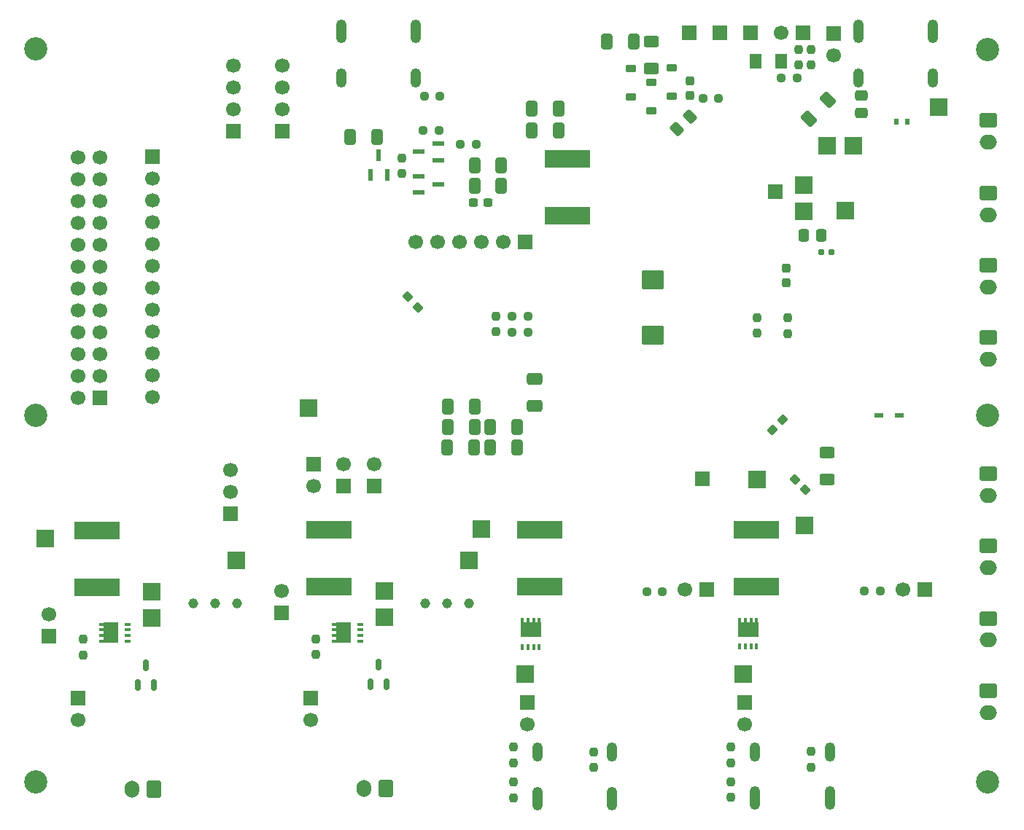
<source format=gbr>
%TF.GenerationSoftware,KiCad,Pcbnew,9.0.6*%
%TF.CreationDate,2026-02-01T22:29:02+01:00*%
%TF.ProjectId,BMS,424d532e-6b69-4636-9164-5f7063625858,rev?*%
%TF.SameCoordinates,Original*%
%TF.FileFunction,Soldermask,Bot*%
%TF.FilePolarity,Negative*%
%FSLAX46Y46*%
G04 Gerber Fmt 4.6, Leading zero omitted, Abs format (unit mm)*
G04 Created by KiCad (PCBNEW 9.0.6) date 2026-02-01 22:29:02*
%MOMM*%
%LPD*%
G01*
G04 APERTURE LIST*
G04 Aperture macros list*
%AMRoundRect*
0 Rectangle with rounded corners*
0 $1 Rounding radius*
0 $2 $3 $4 $5 $6 $7 $8 $9 X,Y pos of 4 corners*
0 Add a 4 corners polygon primitive as box body*
4,1,4,$2,$3,$4,$5,$6,$7,$8,$9,$2,$3,0*
0 Add four circle primitives for the rounded corners*
1,1,$1+$1,$2,$3*
1,1,$1+$1,$4,$5*
1,1,$1+$1,$6,$7*
1,1,$1+$1,$8,$9*
0 Add four rect primitives between the rounded corners*
20,1,$1+$1,$2,$3,$4,$5,0*
20,1,$1+$1,$4,$5,$6,$7,0*
20,1,$1+$1,$6,$7,$8,$9,0*
20,1,$1+$1,$8,$9,$2,$3,0*%
G04 Aperture macros list end*
%ADD10RoundRect,0.250000X-0.475000X0.337500X-0.475000X-0.337500X0.475000X-0.337500X0.475000X0.337500X0*%
%ADD11RoundRect,0.237500X-0.237500X0.250000X-0.237500X-0.250000X0.237500X-0.250000X0.237500X0.250000X0*%
%ADD12RoundRect,0.237500X-0.250000X-0.237500X0.250000X-0.237500X0.250000X0.237500X-0.250000X0.237500X0*%
%ADD13RoundRect,0.150000X0.150000X-0.512500X0.150000X0.512500X-0.150000X0.512500X-0.150000X-0.512500X0*%
%ADD14RoundRect,0.237500X0.237500X-0.300000X0.237500X0.300000X-0.237500X0.300000X-0.237500X-0.300000X0*%
%ADD15RoundRect,0.250001X1.044999X-0.872499X1.044999X0.872499X-1.044999X0.872499X-1.044999X-0.872499X0*%
%ADD16R,0.550000X0.800000*%
%ADD17R,5.300000X2.000000*%
%ADD18RoundRect,0.237500X0.380070X-0.044194X-0.044194X0.380070X-0.380070X0.044194X0.044194X-0.380070X0*%
%ADD19RoundRect,0.250000X-0.412500X-0.650000X0.412500X-0.650000X0.412500X0.650000X-0.412500X0.650000X0*%
%ADD20R,0.420000X0.700000*%
%ADD21R,0.420000X0.540000*%
%ADD22R,2.370000X1.710000*%
%ADD23RoundRect,0.250000X-0.625000X0.400000X-0.625000X-0.400000X0.625000X-0.400000X0.625000X0.400000X0*%
%ADD24R,1.400000X0.600000*%
%ADD25RoundRect,0.250000X0.625000X-0.400000X0.625000X0.400000X-0.625000X0.400000X-0.625000X-0.400000X0*%
%ADD26R,0.700000X0.420000*%
%ADD27R,0.540000X0.420000*%
%ADD28R,1.710000X2.370000*%
%ADD29RoundRect,0.225000X-0.375000X0.225000X-0.375000X-0.225000X0.375000X-0.225000X0.375000X0.225000X0*%
%ADD30R,0.600000X1.400000*%
%ADD31RoundRect,0.250000X0.412500X0.650000X-0.412500X0.650000X-0.412500X-0.650000X0.412500X-0.650000X0*%
%ADD32RoundRect,0.237500X0.237500X-0.250000X0.237500X0.250000X-0.237500X0.250000X-0.237500X-0.250000X0*%
%ADD33RoundRect,0.250001X-0.462499X-0.624999X0.462499X-0.624999X0.462499X0.624999X-0.462499X0.624999X0*%
%ADD34RoundRect,0.237500X-0.237500X0.300000X-0.237500X-0.300000X0.237500X-0.300000X0.237500X0.300000X0*%
%ADD35RoundRect,0.250000X0.337500X0.475000X-0.337500X0.475000X-0.337500X-0.475000X0.337500X-0.475000X0*%
%ADD36RoundRect,0.237500X0.044194X0.380070X-0.380070X-0.044194X-0.044194X-0.380070X0.380070X0.044194X0*%
%ADD37RoundRect,0.250000X-0.097227X0.574524X-0.574524X0.097227X0.097227X-0.574524X0.574524X-0.097227X0*%
%ADD38RoundRect,0.237500X-0.300000X-0.237500X0.300000X-0.237500X0.300000X0.237500X-0.300000X0.237500X0*%
%ADD39RoundRect,0.250000X-0.159099X0.724784X-0.724784X0.159099X0.159099X-0.724784X0.724784X-0.159099X0*%
%ADD40RoundRect,0.160000X-0.197500X-0.160000X0.197500X-0.160000X0.197500X0.160000X-0.197500X0.160000X0*%
%ADD41RoundRect,0.250000X0.650000X-0.412500X0.650000X0.412500X-0.650000X0.412500X-0.650000X-0.412500X0*%
%ADD42RoundRect,0.237500X0.250000X0.237500X-0.250000X0.237500X-0.250000X-0.237500X0.250000X-0.237500X0*%
%ADD43R,1.000000X0.500000*%
%ADD44RoundRect,0.250000X-0.750000X0.600000X-0.750000X-0.600000X0.750000X-0.600000X0.750000X0.600000X0*%
%ADD45O,2.000000X1.700000*%
%ADD46O,1.188400X2.252400*%
%ADD47O,1.252400X2.752400*%
%ADD48C,1.150000*%
%ADD49R,2.000000X2.000000*%
%ADD50R,1.700000X1.700000*%
%ADD51C,1.700000*%
%ADD52RoundRect,0.250000X0.600000X0.750000X-0.600000X0.750000X-0.600000X-0.750000X0.600000X-0.750000X0*%
%ADD53O,1.700000X2.000000*%
%ADD54C,2.700000*%
G04 APERTURE END LIST*
D10*
%TO.C,C89*%
X117375000Y-72612500D03*
X117375000Y-74687500D03*
%TD*%
D11*
%TO.C,R91*%
X102250000Y-152400000D03*
X102250000Y-154225000D03*
%TD*%
D12*
%TO.C,R85*%
X108087500Y-70600000D03*
X109912500Y-70600000D03*
%TD*%
D13*
%TO.C,IC13*%
X62300000Y-141087500D03*
X60400000Y-141087500D03*
X61350000Y-138812500D03*
%TD*%
D14*
%TO.C,C91*%
X97490000Y-72662500D03*
X97490000Y-70937500D03*
%TD*%
D11*
%TO.C,R99*%
X77000000Y-152425000D03*
X77000000Y-154250000D03*
%TD*%
D15*
%TO.C,C38*%
X93200000Y-100490000D03*
X93200000Y-94075000D03*
%TD*%
D16*
%TO.C,D14*%
X121475000Y-75700000D03*
X122725000Y-75700000D03*
%TD*%
D17*
%TO.C,F5*%
X83275000Y-86625000D03*
X83275000Y-80025000D03*
%TD*%
D18*
%TO.C,C87*%
X110909880Y-118484880D03*
X109690120Y-117265120D03*
%TD*%
D19*
%TO.C,C55*%
X74312500Y-113532000D03*
X77437500Y-113532000D03*
%TD*%
D20*
%TO.C,Q21*%
X105250000Y-136675000D03*
X104600000Y-136675000D03*
X103950000Y-136675000D03*
X103300000Y-136675000D03*
D21*
X103300000Y-133595000D03*
X103950000Y-133595000D03*
X104600000Y-133595000D03*
X105250000Y-133595000D03*
D22*
X104275000Y-134720000D03*
%TD*%
D19*
%TO.C,C10*%
X87846300Y-66389600D03*
X90971300Y-66389600D03*
%TD*%
D23*
%TO.C,R10*%
X93015600Y-66388400D03*
X93015600Y-69488400D03*
%TD*%
D24*
%TO.C,Q7*%
X68277000Y-78250000D03*
X68277000Y-80150000D03*
X65977000Y-79200000D03*
%TD*%
D25*
%TO.C,TH_NTC5*%
X113391200Y-117231700D03*
X113391200Y-114131700D03*
%TD*%
D12*
%TO.C,R31*%
X76862500Y-98300000D03*
X78687500Y-98300000D03*
%TD*%
D26*
%TO.C,Q20*%
X32255000Y-134100000D03*
X32255000Y-134750000D03*
X32255000Y-135400000D03*
X32255000Y-136050000D03*
D27*
X29175000Y-136050000D03*
X29175000Y-135400000D03*
X29175000Y-134750000D03*
X29175000Y-134100000D03*
D28*
X30300000Y-135075000D03*
%TD*%
D20*
%TO.C,Q22*%
X80000000Y-136700000D03*
X79350000Y-136700000D03*
X78700000Y-136700000D03*
X78050000Y-136700000D03*
D21*
X78050000Y-133620000D03*
X78700000Y-133620000D03*
X79350000Y-133620000D03*
X80000000Y-133620000D03*
D22*
X79025000Y-134745000D03*
%TD*%
D29*
%TO.C,D2*%
X93015600Y-71140400D03*
X93015600Y-74440400D03*
%TD*%
D30*
%TO.C,Q9*%
X62327000Y-81900000D03*
X60427000Y-81900000D03*
X61377000Y-79600000D03*
%TD*%
D31*
%TO.C,C54*%
X72500000Y-111182000D03*
X69375000Y-111182000D03*
%TD*%
D17*
%TO.C,F3*%
X105250000Y-123150000D03*
X105250000Y-129750000D03*
%TD*%
D18*
%TO.C,C8*%
X65934880Y-97259880D03*
X64715120Y-96040120D03*
%TD*%
D29*
%TO.C,D1*%
X90678800Y-69514800D03*
X90678800Y-72814800D03*
%TD*%
D11*
%TO.C,R111*%
X27100000Y-135825000D03*
X27100000Y-137650000D03*
%TD*%
D31*
%TO.C,C115*%
X75612500Y-83125000D03*
X72487500Y-83125000D03*
%TD*%
%TO.C,C63*%
X82262500Y-74200000D03*
X79137500Y-74200000D03*
%TD*%
D11*
%TO.C,R105*%
X54100000Y-135800000D03*
X54100000Y-137625000D03*
%TD*%
D19*
%TO.C,C67*%
X72487500Y-80750000D03*
X75612500Y-80750000D03*
%TD*%
D13*
%TO.C,IC15*%
X35300000Y-141112500D03*
X33400000Y-141112500D03*
X34350000Y-138837500D03*
%TD*%
D32*
%TO.C,R46*%
X64050000Y-81737500D03*
X64050000Y-79912500D03*
%TD*%
D33*
%TO.C,D15*%
X105100000Y-68700000D03*
X108075000Y-68700000D03*
%TD*%
D26*
%TO.C,Q19*%
X59255000Y-134075000D03*
X59255000Y-134725000D03*
X59255000Y-135375000D03*
X59255000Y-136025000D03*
D27*
X56175000Y-136025000D03*
X56175000Y-135375000D03*
X56175000Y-134725000D03*
X56175000Y-134075000D03*
D28*
X57300000Y-135050000D03*
%TD*%
D31*
%TO.C,C62*%
X82262500Y-76750000D03*
X79137500Y-76750000D03*
%TD*%
D34*
%TO.C,C85*%
X108666800Y-92723500D03*
X108666800Y-94448500D03*
%TD*%
D32*
%TO.C,R2*%
X110100000Y-69112500D03*
X110100000Y-67287500D03*
%TD*%
D35*
%TO.C,C82*%
X112762500Y-88925000D03*
X110687500Y-88925000D03*
%TD*%
D36*
%TO.C,C88*%
X108250000Y-110300000D03*
X107030240Y-111519760D03*
%TD*%
D11*
%TO.C,R26*%
X75025000Y-98287500D03*
X75025000Y-100112500D03*
%TD*%
D24*
%TO.C,Q8*%
X66000000Y-83950000D03*
X66000000Y-82050000D03*
X68300000Y-83000000D03*
%TD*%
D37*
%TO.C,C90*%
X97463623Y-75096377D03*
X95996377Y-76563623D03*
%TD*%
D31*
%TO.C,C72*%
X61189500Y-77500000D03*
X58064500Y-77500000D03*
%TD*%
D12*
%TO.C,R47*%
X66514500Y-76700000D03*
X68339500Y-76700000D03*
%TD*%
D31*
%TO.C,C57*%
X72462500Y-113507000D03*
X69337500Y-113507000D03*
%TD*%
D38*
%TO.C,C69*%
X72364500Y-85100000D03*
X74089500Y-85100000D03*
%TD*%
D39*
%TO.C,R80*%
X113506016Y-73153984D03*
X111313984Y-75346016D03*
%TD*%
D12*
%TO.C,R89*%
X117737500Y-130250000D03*
X119562500Y-130250000D03*
%TD*%
D11*
%TO.C,R98*%
X77000000Y-148362500D03*
X77000000Y-150187500D03*
%TD*%
%TO.C,R67*%
X108825000Y-98512500D03*
X108825000Y-100337500D03*
%TD*%
D19*
%TO.C,C52*%
X74337500Y-111207000D03*
X77462500Y-111207000D03*
%TD*%
D29*
%TO.C,D3*%
X95352400Y-69464000D03*
X95352400Y-72764000D03*
%TD*%
D31*
%TO.C,C56*%
X72512500Y-108807000D03*
X69387500Y-108807000D03*
%TD*%
D12*
%TO.C,R82*%
X98987500Y-72990000D03*
X100812500Y-72990000D03*
%TD*%
%TO.C,R32*%
X76862500Y-100125000D03*
X78687500Y-100125000D03*
%TD*%
D40*
%TO.C,R61*%
X112752500Y-90850000D03*
X113947500Y-90850000D03*
%TD*%
D11*
%TO.C,R90*%
X102250000Y-148337500D03*
X102250000Y-150162500D03*
%TD*%
D12*
%TO.C,R97*%
X92487500Y-130275000D03*
X94312500Y-130275000D03*
%TD*%
D11*
%TO.C,R71*%
X105275000Y-98437500D03*
X105275000Y-100262500D03*
%TD*%
D17*
%TO.C,F1*%
X55600000Y-129750000D03*
X55600000Y-123150000D03*
%TD*%
D41*
%TO.C,C59*%
X79500000Y-108687500D03*
X79500000Y-105562500D03*
%TD*%
D17*
%TO.C,F2*%
X28650000Y-129800000D03*
X28650000Y-123200000D03*
%TD*%
D42*
%TO.C,R40*%
X72689500Y-78350000D03*
X70864500Y-78350000D03*
%TD*%
D11*
%TO.C,R1*%
X111600000Y-67287500D03*
X111600000Y-69112500D03*
%TD*%
D17*
%TO.C,F4*%
X80050000Y-123150000D03*
X80050000Y-129750000D03*
%TD*%
D42*
%TO.C,R48*%
X68489500Y-72700000D03*
X66664500Y-72700000D03*
%TD*%
D43*
%TO.C,D6*%
X119425000Y-109825000D03*
X121825000Y-109825000D03*
%TD*%
D44*
%TO.C,J7*%
X132125000Y-84000000D03*
D45*
X132125000Y-86500000D03*
%TD*%
D46*
%TO.C,USBC-J3*%
X105080000Y-148935000D03*
X113720000Y-148935000D03*
D47*
X105080000Y-154295000D03*
X113720000Y-154295000D03*
%TD*%
D44*
%TO.C,J6*%
X132125000Y-92400000D03*
D45*
X132125000Y-94900000D03*
%TD*%
D48*
%TO.C,R112*%
X39810001Y-131675000D03*
X42350001Y-131675000D03*
X44890001Y-131675000D03*
%TD*%
D49*
%TO.C,TP5*%
X115575000Y-86025000D03*
%TD*%
D50*
%TO.C,J13*%
X78397000Y-89662000D03*
D51*
X75857000Y-89662000D03*
X73317000Y-89662000D03*
X70777000Y-89662000D03*
X68237000Y-89662000D03*
X65697000Y-89662000D03*
%TD*%
D50*
%TO.C,JP13*%
X26450000Y-142700000D03*
D51*
X26450000Y-145240000D03*
%TD*%
D50*
%TO.C,JP7*%
X103850000Y-143175000D03*
D51*
X103850000Y-145715000D03*
%TD*%
D49*
%TO.C,TP3*%
X105300000Y-117300000D03*
%TD*%
D50*
%TO.C,J4*%
X44500000Y-76780000D03*
D51*
X44500000Y-74240000D03*
X44500000Y-71700000D03*
X44500000Y-69160000D03*
%TD*%
D49*
%TO.C,TP15*%
X44850000Y-126675000D03*
%TD*%
D50*
%TO.C,JP4*%
X60850000Y-118040000D03*
D51*
X60850000Y-115500000D03*
%TD*%
D49*
%TO.C,TP16*%
X35050001Y-130275000D03*
%TD*%
D50*
%TO.C,JP2*%
X110600000Y-65400000D03*
D51*
X108060000Y-65400000D03*
%TD*%
D50*
%TO.C,JP11*%
X53450000Y-142675000D03*
D51*
X53450000Y-145215000D03*
%TD*%
D49*
%TO.C,TP6*%
X116450000Y-78450000D03*
%TD*%
%TO.C,GND2*%
X22650000Y-124130000D03*
%TD*%
D50*
%TO.C,JP9*%
X78600000Y-143200000D03*
D51*
X78600000Y-145740000D03*
%TD*%
D50*
%TO.C,JP8*%
X99475000Y-130075000D03*
D51*
X96935000Y-130075000D03*
%TD*%
D49*
%TO.C,GND1*%
X110810000Y-122630000D03*
%TD*%
D50*
%TO.C,J14*%
X107450000Y-83850000D03*
%TD*%
D49*
%TO.C,TP1*%
X113400000Y-78450000D03*
%TD*%
%TO.C,TP9*%
X103650000Y-139850000D03*
%TD*%
D50*
%TO.C,J9*%
X29000000Y-107820000D03*
D51*
X26460000Y-107820000D03*
X29000000Y-105280000D03*
X26460000Y-105280000D03*
X29000000Y-102740000D03*
X26460000Y-102740000D03*
X29000000Y-100200000D03*
X26460000Y-100200000D03*
X29000000Y-97660000D03*
X26460000Y-97660000D03*
X29000000Y-95120000D03*
X26460000Y-95120000D03*
X29000000Y-92580000D03*
X26460000Y-92580000D03*
X29000000Y-90040000D03*
X26460000Y-90040000D03*
X29000000Y-87500000D03*
X26460000Y-87500000D03*
X29000000Y-84960000D03*
X26460000Y-84960000D03*
X29000000Y-82420000D03*
X26460000Y-82420000D03*
X29000000Y-79880000D03*
X26460000Y-79880000D03*
%TD*%
D49*
%TO.C,TP7*%
X126400000Y-74000000D03*
%TD*%
D52*
%TO.C,J2*%
X62200000Y-153200000D03*
D53*
X59700000Y-153200000D03*
%TD*%
D49*
%TO.C,TP13*%
X62050001Y-130250000D03*
%TD*%
D48*
%TO.C,R106*%
X66810001Y-131650000D03*
X69350001Y-131650000D03*
X71890001Y-131650000D03*
%TD*%
D49*
%TO.C,TP10*%
X78400000Y-139875000D03*
%TD*%
D54*
%TO.C,H4*%
X132080000Y-67310000D03*
%TD*%
D50*
%TO.C,JP3*%
X57312500Y-118040000D03*
D51*
X57312500Y-115500000D03*
%TD*%
D50*
%TO.C,J15*%
X104500000Y-65400000D03*
%TD*%
D46*
%TO.C,USBC-J2*%
X125725000Y-70581400D03*
X117085000Y-70581400D03*
D47*
X125725000Y-65221400D03*
X117085000Y-65221400D03*
%TD*%
D50*
%TO.C,JP12*%
X23100000Y-135500000D03*
D51*
X23100000Y-132960000D03*
%TD*%
D54*
%TO.C,H5*%
X132080000Y-109800000D03*
%TD*%
%TO.C,H3*%
X132080000Y-152400000D03*
%TD*%
D11*
%TO.C,R94*%
X111600000Y-148887500D03*
X111600000Y-150712500D03*
%TD*%
D44*
%TO.C,J3*%
X132125000Y-100800000D03*
D45*
X132125000Y-103300000D03*
%TD*%
D50*
%TO.C,J16*%
X100950000Y-65400000D03*
%TD*%
D49*
%TO.C,TP2*%
X73250000Y-123050000D03*
%TD*%
%TO.C,GND3*%
X53220000Y-109000000D03*
%TD*%
D50*
%TO.C,JP6*%
X124725000Y-130050000D03*
D51*
X122185000Y-130050000D03*
%TD*%
D46*
%TO.C,USBC-J4*%
X79830000Y-148960000D03*
X88470000Y-148960000D03*
D47*
X79830000Y-154320000D03*
X88470000Y-154320000D03*
%TD*%
D44*
%TO.C,NTC4*%
X132125000Y-141850000D03*
D45*
X132125000Y-144350000D03*
%TD*%
D44*
%TO.C,NTC3*%
X132125000Y-133400000D03*
D45*
X132125000Y-135900000D03*
%TD*%
D54*
%TO.C,H2*%
X21590000Y-152400000D03*
%TD*%
D52*
%TO.C,J1*%
X35250000Y-153250000D03*
D53*
X32750000Y-153250000D03*
%TD*%
D50*
%TO.C,JP5*%
X53775000Y-115485000D03*
D51*
X53775000Y-118025000D03*
%TD*%
D50*
%TO.C,JP1*%
X114200000Y-65460000D03*
D51*
X114200000Y-68000000D03*
%TD*%
D50*
%TO.C,J11*%
X50200000Y-76780000D03*
D51*
X50200000Y-74240000D03*
X50200000Y-71700000D03*
X50200000Y-69160000D03*
%TD*%
D50*
%TO.C,J10*%
X35096000Y-79753000D03*
D51*
X35096000Y-82293000D03*
X35096000Y-84833000D03*
X35096000Y-87373000D03*
X35096000Y-89913000D03*
X35096000Y-92453000D03*
X35096000Y-94993000D03*
X35096000Y-97533000D03*
X35096000Y-100073000D03*
X35096000Y-102613000D03*
X35096000Y-105153000D03*
X35096000Y-107693000D03*
%TD*%
D50*
%TO.C,J12*%
X44200000Y-121280000D03*
D51*
X44200000Y-118740000D03*
X44200000Y-116200000D03*
%TD*%
D50*
%TO.C,J17*%
X98925000Y-117200000D03*
%TD*%
D44*
%TO.C,NTC2*%
X132125000Y-125000000D03*
D45*
X132125000Y-127500000D03*
%TD*%
D54*
%TO.C,H1*%
X21590000Y-67200000D03*
%TD*%
D44*
%TO.C,J8*%
X132125000Y-75550000D03*
D45*
X132125000Y-78050000D03*
%TD*%
D50*
%TO.C,JP10*%
X50100000Y-132725000D03*
D51*
X50100000Y-130185000D03*
%TD*%
D46*
%TO.C,USBC-J1*%
X65697000Y-70581400D03*
X57057000Y-70581400D03*
D47*
X65697000Y-65221400D03*
X57057000Y-65221400D03*
%TD*%
D49*
%TO.C,TP11*%
X62000001Y-133300000D03*
%TD*%
%TO.C,TP4*%
X110750000Y-86125000D03*
%TD*%
%TO.C,TP8*%
X110750000Y-83100000D03*
%TD*%
D44*
%TO.C,NTC1*%
X132125000Y-116600000D03*
D45*
X132125000Y-119100000D03*
%TD*%
D54*
%TO.C,H6*%
X21590000Y-109800000D03*
%TD*%
D50*
%TO.C,J5*%
X97400000Y-65400000D03*
%TD*%
D49*
%TO.C,TP12*%
X71850000Y-126650000D03*
%TD*%
%TO.C,TP14*%
X35000001Y-133325000D03*
%TD*%
D11*
%TO.C,R96*%
X86350000Y-148912500D03*
X86350000Y-150737500D03*
%TD*%
M02*

</source>
